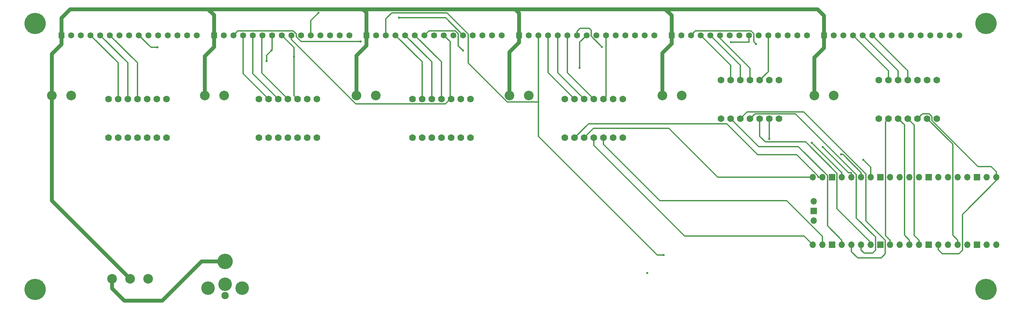
<source format=gbl>
%TF.GenerationSoftware,KiCad,Pcbnew,7.0.2-6a45011f42~172~ubuntu22.04.1*%
%TF.CreationDate,2023-06-12T08:30:37-07:00*%
%TF.ProjectId,arena,6172656e-612e-46b6-9963-61645f706362,rev?*%
%TF.SameCoordinates,Original*%
%TF.FileFunction,Copper,L4,Bot*%
%TF.FilePolarity,Positive*%
%FSLAX46Y46*%
G04 Gerber Fmt 4.6, Leading zero omitted, Abs format (unit mm)*
G04 Created by KiCad (PCBNEW 7.0.2-6a45011f42~172~ubuntu22.04.1) date 2023-06-12 08:30:37*
%MOMM*%
%LPD*%
G01*
G04 APERTURE LIST*
%TA.AperFunction,ComponentPad*%
%ADD10C,2.540000*%
%TD*%
%TA.AperFunction,ComponentPad*%
%ADD11R,1.600000X1.600000*%
%TD*%
%TA.AperFunction,ComponentPad*%
%ADD12C,1.600000*%
%TD*%
%TA.AperFunction,ComponentPad*%
%ADD13C,1.778000*%
%TD*%
%TA.AperFunction,ComponentPad*%
%ADD14C,3.556000*%
%TD*%
%TA.AperFunction,ComponentPad*%
%ADD15C,1.930400*%
%TD*%
%TA.AperFunction,ComponentPad*%
%ADD16C,4.064000*%
%TD*%
%TA.AperFunction,ComponentPad*%
%ADD17C,5.600000*%
%TD*%
%TA.AperFunction,ComponentPad*%
%ADD18O,1.700000X1.700000*%
%TD*%
%TA.AperFunction,ComponentPad*%
%ADD19R,1.700000X1.700000*%
%TD*%
%TA.AperFunction,ViaPad*%
%ADD20C,0.600000*%
%TD*%
%TA.AperFunction,Conductor*%
%ADD21C,0.300000*%
%TD*%
%TA.AperFunction,Conductor*%
%ADD22C,1.000000*%
%TD*%
G04 APERTURE END LIST*
D10*
%TO.P,C1,1*%
%TO.N,/VIN*%
X49460000Y-74000000D03*
%TO.P,C1,2*%
%TO.N,GND*%
X54540000Y-74000000D03*
%TD*%
%TO.P,C2,1*%
%TO.N,/VIN*%
X89600000Y-74000000D03*
%TO.P,C2,2*%
%TO.N,GND*%
X94680000Y-74000000D03*
%TD*%
%TO.P,C3,1*%
%TO.N,/VIN*%
X129500000Y-74000000D03*
%TO.P,C3,2*%
%TO.N,GND*%
X134580000Y-74000000D03*
%TD*%
%TO.P,C4,1*%
%TO.N,/VIN*%
X169750200Y-74000000D03*
%TO.P,C4,2*%
%TO.N,GND*%
X174830200Y-74000000D03*
%TD*%
%TO.P,C5,1*%
%TO.N,/VIN*%
X209960000Y-74000000D03*
%TO.P,C5,2*%
%TO.N,GND*%
X215040000Y-74000000D03*
%TD*%
D11*
%TO.P,P1,1*%
%TO.N,/VIN*%
X51970000Y-58100000D03*
D12*
%TO.P,P1,2*%
%TO.N,GND*%
X54510000Y-58100000D03*
%TO.P,P1,3*%
%TO.N,/RESET_PAN*%
X57050000Y-58100000D03*
%TO.P,P1,4*%
%TO.N,/SCK_0_5V*%
X59590000Y-58100000D03*
%TO.P,P1,5*%
%TO.N,/MOSI_0_5V*%
X62130000Y-58100000D03*
%TO.P,P1,6*%
%TO.N,/MISO_0_5V*%
X64670000Y-58100000D03*
%TO.P,P1,7*%
%TO.N,/CS_0_5V*%
X67210000Y-58100000D03*
%TO.P,P1,8*%
%TO.N,/CS_1_5V*%
X69750000Y-58100000D03*
%TO.P,P1,9*%
%TO.N,/CS_2_5V*%
X72290000Y-58100000D03*
%TO.P,P1,10*%
%TO.N,/CS_3_5V*%
X74830000Y-58100000D03*
%TO.P,P1,11*%
%TO.N,/CS_4_5V*%
X77370000Y-58100000D03*
%TO.P,P1,12*%
%TO.N,/CS_5_5V*%
X79910000Y-58100000D03*
%TO.P,P1,13*%
%TO.N,unconnected-(P1-Pad13)*%
X82450000Y-58100000D03*
%TO.P,P1,14*%
%TO.N,unconnected-(P1-Pad14)*%
X84990000Y-58100000D03*
%TO.P,P1,15*%
%TO.N,/EXT_INT_5V*%
X87530000Y-58100000D03*
%TD*%
D11*
%TO.P,P2,1*%
%TO.N,/VIN*%
X92070000Y-58100000D03*
D12*
%TO.P,P2,2*%
%TO.N,GND*%
X94610000Y-58100000D03*
%TO.P,P2,3*%
%TO.N,/RESET_PAN*%
X97150000Y-58100000D03*
%TO.P,P2,4*%
%TO.N,/SCK_1_5V*%
X99690000Y-58100000D03*
%TO.P,P2,5*%
%TO.N,/MOSI_1_5V*%
X102230000Y-58100000D03*
%TO.P,P2,6*%
%TO.N,/MISO_1_5V*%
X104770000Y-58100000D03*
%TO.P,P2,7*%
%TO.N,/CS_0_5V*%
X107310000Y-58100000D03*
%TO.P,P2,8*%
%TO.N,/CS_1_5V*%
X109850000Y-58100000D03*
%TO.P,P2,9*%
%TO.N,/CS_2_5V*%
X112390000Y-58100000D03*
%TO.P,P2,10*%
%TO.N,/CS_3_5V*%
X114930000Y-58100000D03*
%TO.P,P2,11*%
%TO.N,/CS_4_5V*%
X117470000Y-58100000D03*
%TO.P,P2,12*%
%TO.N,/CS_5_5V*%
X120010000Y-58100000D03*
%TO.P,P2,13*%
%TO.N,unconnected-(P2-Pad13)*%
X122550000Y-58100000D03*
%TO.P,P2,14*%
%TO.N,unconnected-(P2-Pad14)*%
X125090000Y-58100000D03*
%TO.P,P2,15*%
%TO.N,/EXT_INT_5V*%
X127630000Y-58100000D03*
%TD*%
D11*
%TO.P,P3,1*%
%TO.N,/VIN*%
X132170000Y-58100000D03*
D12*
%TO.P,P3,2*%
%TO.N,GND*%
X134710000Y-58100000D03*
%TO.P,P3,3*%
%TO.N,/RESET_PAN*%
X137250000Y-58100000D03*
%TO.P,P3,4*%
%TO.N,/SCK_2_5V*%
X139790000Y-58100000D03*
%TO.P,P3,5*%
%TO.N,/MOSI_2_5V*%
X142330000Y-58100000D03*
%TO.P,P3,6*%
%TO.N,/MISO_2_5V*%
X144870000Y-58100000D03*
%TO.P,P3,7*%
%TO.N,/CS_0_5V*%
X147410000Y-58100000D03*
%TO.P,P3,8*%
%TO.N,/CS_1_5V*%
X149950000Y-58100000D03*
%TO.P,P3,9*%
%TO.N,/CS_2_5V*%
X152490000Y-58100000D03*
%TO.P,P3,10*%
%TO.N,/CS_3_5V*%
X155030000Y-58100000D03*
%TO.P,P3,11*%
%TO.N,/CS_4_5V*%
X157570000Y-58100000D03*
%TO.P,P3,12*%
%TO.N,/CS_5_5V*%
X160110000Y-58100000D03*
%TO.P,P3,13*%
%TO.N,unconnected-(P3-Pad13)*%
X162650000Y-58100000D03*
%TO.P,P3,14*%
%TO.N,unconnected-(P3-Pad14)*%
X165190000Y-58100000D03*
%TO.P,P3,15*%
%TO.N,/EXT_INT_5V*%
X167730000Y-58100000D03*
%TD*%
D11*
%TO.P,P4,1*%
%TO.N,/VIN*%
X172270000Y-58100000D03*
D12*
%TO.P,P4,2*%
%TO.N,GND*%
X174810000Y-58100000D03*
%TO.P,P4,3*%
%TO.N,/RESET_PAN*%
X177350000Y-58100000D03*
%TO.P,P4,4*%
%TO.N,/SCK_3_5V*%
X179890000Y-58100000D03*
%TO.P,P4,5*%
%TO.N,/MOSI_3_5V*%
X182430000Y-58100000D03*
%TO.P,P4,6*%
%TO.N,/MISO_3_5V*%
X184970000Y-58100000D03*
%TO.P,P4,7*%
%TO.N,/CS_0_5V*%
X187510000Y-58100000D03*
%TO.P,P4,8*%
%TO.N,/CS_1_5V*%
X190050000Y-58100000D03*
%TO.P,P4,9*%
%TO.N,/CS_2_5V*%
X192590000Y-58100000D03*
%TO.P,P4,10*%
%TO.N,/CS_3_5V*%
X195130000Y-58100000D03*
%TO.P,P4,11*%
%TO.N,/CS_4_5V*%
X197670000Y-58100000D03*
%TO.P,P4,12*%
%TO.N,/CS_5_5V*%
X200210000Y-58100000D03*
%TO.P,P4,13*%
%TO.N,unconnected-(P4-Pad13)*%
X202750000Y-58100000D03*
%TO.P,P4,14*%
%TO.N,unconnected-(P4-Pad14)*%
X205290000Y-58100000D03*
%TO.P,P4,15*%
%TO.N,/EXT_INT_5V*%
X207830000Y-58100000D03*
%TD*%
D11*
%TO.P,P5,1*%
%TO.N,/VIN*%
X212370000Y-58100000D03*
D12*
%TO.P,P5,2*%
%TO.N,GND*%
X214910000Y-58100000D03*
%TO.P,P5,3*%
%TO.N,/RESET_PAN*%
X217450000Y-58100000D03*
%TO.P,P5,4*%
%TO.N,/SCK_4_5V*%
X219990000Y-58100000D03*
%TO.P,P5,5*%
%TO.N,/MOSI_4_5V*%
X222530000Y-58100000D03*
%TO.P,P5,6*%
%TO.N,/MISO_4_5V*%
X225070000Y-58100000D03*
%TO.P,P5,7*%
%TO.N,/CS_0_5V*%
X227610000Y-58100000D03*
%TO.P,P5,8*%
%TO.N,/CS_1_5V*%
X230150000Y-58100000D03*
%TO.P,P5,9*%
%TO.N,/CS_2_5V*%
X232690000Y-58100000D03*
%TO.P,P5,10*%
%TO.N,/CS_3_5V*%
X235230000Y-58100000D03*
%TO.P,P5,11*%
%TO.N,/CS_4_5V*%
X237770000Y-58100000D03*
%TO.P,P5,12*%
%TO.N,/CS_5_5V*%
X240310000Y-58100000D03*
%TO.P,P5,13*%
%TO.N,unconnected-(P5-Pad13)*%
X242850000Y-58100000D03*
%TO.P,P5,14*%
%TO.N,unconnected-(P5-Pad14)*%
X245390000Y-58100000D03*
%TO.P,P5,15*%
%TO.N,/EXT_INT_5V*%
X247930000Y-58100000D03*
%TD*%
D11*
%TO.P,P6,1*%
%TO.N,/VIN*%
X252470000Y-58100000D03*
D12*
%TO.P,P6,2*%
%TO.N,GND*%
X255010000Y-58100000D03*
%TO.P,P6,3*%
%TO.N,/RESET_PAN*%
X257550000Y-58100000D03*
%TO.P,P6,4*%
%TO.N,/SCK_5_5V*%
X260090000Y-58100000D03*
%TO.P,P6,5*%
%TO.N,/MOSI_5_5V*%
X262630000Y-58100000D03*
%TO.P,P6,6*%
%TO.N,/MISO_5_5V*%
X265170000Y-58100000D03*
%TO.P,P6,7*%
%TO.N,/CS_0_5V*%
X267710000Y-58100000D03*
%TO.P,P6,8*%
%TO.N,/CS_1_5V*%
X270250000Y-58100000D03*
%TO.P,P6,9*%
%TO.N,/CS_2_5V*%
X272790000Y-58100000D03*
%TO.P,P6,10*%
%TO.N,/CS_3_5V*%
X275330000Y-58100000D03*
%TO.P,P6,11*%
%TO.N,/CS_4_5V*%
X277870000Y-58100000D03*
%TO.P,P6,12*%
%TO.N,/CS_5_5V*%
X280410000Y-58100000D03*
%TO.P,P6,13*%
%TO.N,unconnected-(P6-Pad13)*%
X282950000Y-58100000D03*
%TO.P,P6,14*%
%TO.N,unconnected-(P6-Pad14)*%
X285490000Y-58100000D03*
%TO.P,P6,15*%
%TO.N,/EXT_INT_5V*%
X288030000Y-58100000D03*
%TD*%
D10*
%TO.P,SW1,1,A*%
%TO.N,/VIN_SW*%
X65250200Y-122200000D03*
%TO.P,SW1,2,B*%
%TO.N,/VIN*%
X70000000Y-122200000D03*
%TO.P,SW1,3,C*%
%TO.N,GND*%
X74749800Y-122200000D03*
%TD*%
D13*
%TO.P,U1,1,OE*%
%TO.N,unconnected-(U1-OE-Pad1)*%
X64300000Y-85080000D03*
%TO.P,U1,2,A1*%
%TO.N,/SCK_0_3V3*%
X66840000Y-85080000D03*
%TO.P,U1,3,A2*%
%TO.N,/MOSI_0_3V3*%
X69380000Y-85080000D03*
%TO.P,U1,4,A3*%
%TO.N,/MISO_0_3V3*%
X71920000Y-85080000D03*
%TO.P,U1,5,A4*%
%TO.N,/CS_0_3V3*%
X74460000Y-85080000D03*
%TO.P,U1,6,LV*%
%TO.N,/3V3*%
X77000000Y-85080000D03*
%TO.P,U1,7,GND*%
%TO.N,GND*%
X79540000Y-85080000D03*
%TO.P,U1,8,GND*%
X79540000Y-74920000D03*
%TO.P,U1,9,HV*%
%TO.N,/5V*%
X77000000Y-74920000D03*
%TO.P,U1,10,B4*%
%TO.N,/CS_0_5V*%
X74460000Y-74920000D03*
%TO.P,U1,11,B3*%
%TO.N,/MISO_0_5V*%
X71920000Y-74920000D03*
%TO.P,U1,12,B2*%
%TO.N,/MOSI_0_5V*%
X69380000Y-74920000D03*
%TO.P,U1,13,B1*%
%TO.N,/SCK_0_5V*%
X66840000Y-74920000D03*
%TO.P,U1,14,OE*%
%TO.N,unconnected-(U1-OE-Pad14)*%
X64300000Y-74920000D03*
%TD*%
%TO.P,U2,1,OE*%
%TO.N,unconnected-(U2-OE-Pad1)*%
X103880000Y-85080000D03*
%TO.P,U2,2,A1*%
%TO.N,/SCK_1_3V3*%
X106420000Y-85080000D03*
%TO.P,U2,3,A2*%
%TO.N,/MOSI_1_3V3*%
X108960000Y-85080000D03*
%TO.P,U2,4,A3*%
%TO.N,/MISO_1_3V3*%
X111500000Y-85080000D03*
%TO.P,U2,5,A4*%
%TO.N,/CS_1_3V3*%
X114040000Y-85080000D03*
%TO.P,U2,6,LV*%
%TO.N,/3V3*%
X116580000Y-85080000D03*
%TO.P,U2,7,GND*%
%TO.N,GND*%
X119120000Y-85080000D03*
%TO.P,U2,8,GND*%
X119120000Y-74920000D03*
%TO.P,U2,9,HV*%
%TO.N,/5V*%
X116580000Y-74920000D03*
%TO.P,U2,10,B4*%
%TO.N,/CS_1_5V*%
X114040000Y-74920000D03*
%TO.P,U2,11,B3*%
%TO.N,/MISO_1_5V*%
X111500000Y-74920000D03*
%TO.P,U2,12,B2*%
%TO.N,/MOSI_1_5V*%
X108960000Y-74920000D03*
%TO.P,U2,13,B1*%
%TO.N,/SCK_1_5V*%
X106420000Y-74920000D03*
%TO.P,U2,14,OE*%
%TO.N,unconnected-(U2-OE-Pad14)*%
X103880000Y-74920000D03*
%TD*%
%TO.P,U3,1,OE*%
%TO.N,unconnected-(U3-OE-Pad1)*%
X144260000Y-85080000D03*
%TO.P,U3,2,A1*%
%TO.N,/SCK_2_3V3*%
X146800000Y-85080000D03*
%TO.P,U3,3,A2*%
%TO.N,/MOSI_2_3V3*%
X149340000Y-85080000D03*
%TO.P,U3,4,A3*%
%TO.N,/MISO_2_3V3*%
X151880000Y-85080000D03*
%TO.P,U3,5,A4*%
%TO.N,/CS_2_3V3*%
X154420000Y-85080000D03*
%TO.P,U3,6,LV*%
%TO.N,/3V3*%
X156960000Y-85080000D03*
%TO.P,U3,7,GND*%
%TO.N,GND*%
X159500000Y-85080000D03*
%TO.P,U3,8,GND*%
X159500000Y-74920000D03*
%TO.P,U3,9,HV*%
%TO.N,/5V*%
X156960000Y-74920000D03*
%TO.P,U3,10,B4*%
%TO.N,/CS_2_5V*%
X154420000Y-74920000D03*
%TO.P,U3,11,B3*%
%TO.N,/MISO_2_5V*%
X151880000Y-74920000D03*
%TO.P,U3,12,B2*%
%TO.N,/MOSI_2_5V*%
X149340000Y-74920000D03*
%TO.P,U3,13,B1*%
%TO.N,/SCK_2_5V*%
X146800000Y-74920000D03*
%TO.P,U3,14,OE*%
%TO.N,unconnected-(U3-OE-Pad14)*%
X144260000Y-74920000D03*
%TD*%
%TO.P,U4,1,OE*%
%TO.N,unconnected-(U4-OE-Pad1)*%
X184300000Y-85080000D03*
%TO.P,U4,2,A1*%
%TO.N,/SCK_3_3V3*%
X186840000Y-85080000D03*
%TO.P,U4,3,A2*%
%TO.N,/MOSI_3_3V3*%
X189380000Y-85080000D03*
%TO.P,U4,4,A3*%
%TO.N,/MISO_3_3V3*%
X191920000Y-85080000D03*
%TO.P,U4,5,A4*%
%TO.N,/CS_3_3V3*%
X194460000Y-85080000D03*
%TO.P,U4,6,LV*%
%TO.N,/3V3*%
X197000000Y-85080000D03*
%TO.P,U4,7,GND*%
%TO.N,GND*%
X199540000Y-85080000D03*
%TO.P,U4,8,GND*%
X199540000Y-74920000D03*
%TO.P,U4,9,HV*%
%TO.N,/5V*%
X197000000Y-74920000D03*
%TO.P,U4,10,B4*%
%TO.N,/CS_3_5V*%
X194460000Y-74920000D03*
%TO.P,U4,11,B3*%
%TO.N,/MISO_3_5V*%
X191920000Y-74920000D03*
%TO.P,U4,12,B2*%
%TO.N,/MOSI_3_5V*%
X189380000Y-74920000D03*
%TO.P,U4,13,B1*%
%TO.N,/SCK_3_5V*%
X186840000Y-74920000D03*
%TO.P,U4,14,OE*%
%TO.N,unconnected-(U4-OE-Pad14)*%
X184300000Y-74920000D03*
%TD*%
%TO.P,U5,1,OE*%
%TO.N,unconnected-(U5-OE-Pad1)*%
X225380000Y-80080000D03*
%TO.P,U5,2,A1*%
%TO.N,/SCK_4_3V3*%
X227920000Y-80080000D03*
%TO.P,U5,3,A2*%
%TO.N,/MOSI_4_3V3*%
X230460000Y-80080000D03*
%TO.P,U5,4,A3*%
%TO.N,/MISO_4_3V3*%
X233000000Y-80080000D03*
%TO.P,U5,5,A4*%
%TO.N,/CS_4_3V3*%
X235540000Y-80080000D03*
%TO.P,U5,6,LV*%
%TO.N,/3V3*%
X238080000Y-80080000D03*
%TO.P,U5,7,GND*%
%TO.N,GND*%
X240620000Y-80080000D03*
%TO.P,U5,8,GND*%
X240620000Y-69920000D03*
%TO.P,U5,9,HV*%
%TO.N,/5V*%
X238080000Y-69920000D03*
%TO.P,U5,10,B4*%
%TO.N,/CS_4_5V*%
X235540000Y-69920000D03*
%TO.P,U5,11,B3*%
%TO.N,/MISO_4_5V*%
X233000000Y-69920000D03*
%TO.P,U5,12,B2*%
%TO.N,/MOSI_4_5V*%
X230460000Y-69920000D03*
%TO.P,U5,13,B1*%
%TO.N,/SCK_4_5V*%
X227920000Y-69920000D03*
%TO.P,U5,14,OE*%
%TO.N,unconnected-(U5-OE-Pad14)*%
X225380000Y-69920000D03*
%TD*%
%TO.P,U6,1,OE*%
%TO.N,unconnected-(U6-OE-Pad1)*%
X266880000Y-80080000D03*
%TO.P,U6,2,A1*%
%TO.N,/SCK_5_3V3*%
X269420000Y-80080000D03*
%TO.P,U6,3,A2*%
%TO.N,/MOSI_5_3V3*%
X271960000Y-80080000D03*
%TO.P,U6,4,A3*%
%TO.N,/MISO_5_3V3*%
X274500000Y-80080000D03*
%TO.P,U6,5,A4*%
%TO.N,/CS_5_3V3*%
X277040000Y-80080000D03*
%TO.P,U6,6,LV*%
%TO.N,/3V3*%
X279580000Y-80080000D03*
%TO.P,U6,7,GND*%
%TO.N,GND*%
X282120000Y-80080000D03*
%TO.P,U6,8,GND*%
X282120000Y-69920000D03*
%TO.P,U6,9,HV*%
%TO.N,/5V*%
X279580000Y-69920000D03*
%TO.P,U6,10,B4*%
%TO.N,/CS_5_5V*%
X277040000Y-69920000D03*
%TO.P,U6,11,B3*%
%TO.N,/MISO_5_5V*%
X274500000Y-69920000D03*
%TO.P,U6,12,B2*%
%TO.N,/MOSI_5_5V*%
X271960000Y-69920000D03*
%TO.P,U6,13,B1*%
%TO.N,/SCK_5_5V*%
X269420000Y-69920000D03*
%TO.P,U6,14,OE*%
%TO.N,unconnected-(U6-OE-Pad14)*%
X266880000Y-69920000D03*
%TD*%
D14*
%TO.P,J1,*%
%TO.N,*%
X99495800Y-124670000D03*
D15*
X95000000Y-126676600D03*
D14*
X90504200Y-124670000D03*
D16*
%TO.P,J1,1*%
%TO.N,/VIN_SW*%
X95000000Y-117685000D03*
D14*
%TO.P,J1,2*%
%TO.N,GND*%
X95000000Y-123679400D03*
%TD*%
D17*
%TO.P,H3,1,1*%
%TO.N,GND*%
X295000000Y-125000000D03*
%TD*%
%TO.P,H4,1,1*%
%TO.N,GND*%
X295000000Y-55000000D03*
%TD*%
%TO.P,H1,1,1*%
%TO.N,GND*%
X45000000Y-55000000D03*
%TD*%
D10*
%TO.P,C6,1*%
%TO.N,/VIN*%
X249920000Y-74000000D03*
%TO.P,C6,2*%
%TO.N,GND*%
X255000000Y-74000000D03*
%TD*%
D17*
%TO.P,H2,1,1*%
%TO.N,GND*%
X45000000Y-125000000D03*
%TD*%
D18*
%TO.P,U10,1,GPIO0*%
%TO.N,/CS_5_3V3*%
X297780000Y-95500000D03*
%TO.P,U10,2,GPIO1*%
%TO.N,/RESET*%
X295240000Y-95500000D03*
D19*
%TO.P,U10,3,GND*%
%TO.N,GND*%
X292700000Y-95500000D03*
D18*
%TO.P,U10,4,GPIO2*%
%TO.N,/SCK_0_3V3*%
X290160000Y-95500000D03*
%TO.P,U10,5,GPIO3*%
%TO.N,/MOSI_0_3V3*%
X287620000Y-95500000D03*
%TO.P,U10,6,GPIO4*%
%TO.N,/MISO_0_3V3*%
X285080000Y-95500000D03*
%TO.P,U10,7,GPIO5*%
%TO.N,/CS_0_3V3*%
X282540000Y-95500000D03*
D19*
%TO.P,U10,8,GND*%
%TO.N,GND*%
X280000000Y-95500000D03*
D18*
%TO.P,U10,9,GPIO6*%
%TO.N,/SCK_1_3V3*%
X277460000Y-95500000D03*
%TO.P,U10,10,GPIO7*%
%TO.N,/MOSI_1_3V3*%
X274920000Y-95500000D03*
%TO.P,U10,11,GPIO8*%
%TO.N,/MISO_1_3V3*%
X272380000Y-95500000D03*
%TO.P,U10,12,GPIO9*%
%TO.N,/CS_1_3V3*%
X269840000Y-95500000D03*
D19*
%TO.P,U10,13,GND*%
%TO.N,GND*%
X267300000Y-95500000D03*
D18*
%TO.P,U10,14,GPIO10*%
%TO.N,/SCK_2_3V3*%
X264760000Y-95500000D03*
%TO.P,U10,15,GPIO11*%
%TO.N,/MOSI_2_3V3*%
X262220000Y-95500000D03*
%TO.P,U10,16,GPIO12*%
%TO.N,/MISO_2_3V3*%
X259680000Y-95500000D03*
%TO.P,U10,17,GPIO13*%
%TO.N,/CS_2_3V3*%
X257140000Y-95500000D03*
D19*
%TO.P,U10,18,GND*%
%TO.N,GND*%
X254600000Y-95500000D03*
D18*
%TO.P,U10,19,GPIO14*%
%TO.N,/SCK_3_3V3*%
X252060000Y-95500000D03*
%TO.P,U10,20,GPIO15*%
%TO.N,/MOSI_3_3V3*%
X249520000Y-95500000D03*
%TO.P,U10,21,GPIO16*%
%TO.N,/MISO_3_3V3*%
X249520000Y-113280000D03*
%TO.P,U10,22,GPIO17*%
%TO.N,/CS_3_3V3*%
X252060000Y-113280000D03*
D19*
%TO.P,U10,23,GND*%
%TO.N,GND*%
X254600000Y-113280000D03*
D18*
%TO.P,U10,24,GPIO18*%
%TO.N,/SCK_4_3V3*%
X257140000Y-113280000D03*
%TO.P,U10,25,GPIO19*%
%TO.N,/MOSI_4_3V3*%
X259680000Y-113280000D03*
%TO.P,U10,26,GPIO20*%
%TO.N,/MISO_4_3V3*%
X262220000Y-113280000D03*
%TO.P,U10,27,GPIO21*%
%TO.N,/CS_4_3V3*%
X264760000Y-113280000D03*
D19*
%TO.P,U10,28,GND*%
%TO.N,GND*%
X267300000Y-113280000D03*
D18*
%TO.P,U10,29,GPIO22*%
%TO.N,/SCK_5_3V3*%
X269840000Y-113280000D03*
%TO.P,U10,30,RUN*%
%TO.N,unconnected-(U10-RUN-Pad30)*%
X272380000Y-113280000D03*
%TO.P,U10,31,GPIO26_ADC0*%
%TO.N,/MOSI_5_3V3*%
X274920000Y-113280000D03*
%TO.P,U10,32,GPIO27_ADC1*%
%TO.N,/MISO_5_3V3*%
X277460000Y-113280000D03*
D19*
%TO.P,U10,33,AGND*%
%TO.N,GND*%
X280000000Y-113280000D03*
D18*
%TO.P,U10,34,GPIO28_ADC2*%
%TO.N,/CS_5_3V3*%
X282540000Y-113280000D03*
%TO.P,U10,35,ADC_VREF*%
%TO.N,unconnected-(U10-ADC_VREF-Pad35)*%
X285080000Y-113280000D03*
%TO.P,U10,36,3V3*%
%TO.N,/3V3*%
X287620000Y-113280000D03*
%TO.P,U10,37,3V3_EN*%
%TO.N,unconnected-(U10-3V3_EN-Pad37)*%
X290160000Y-113280000D03*
D19*
%TO.P,U10,38,GND*%
%TO.N,GND*%
X292700000Y-113280000D03*
D18*
%TO.P,U10,39,VSYS*%
%TO.N,unconnected-(U10-VSYS-Pad39)*%
X295240000Y-113280000D03*
%TO.P,U10,40,VBUS*%
%TO.N,/5V*%
X297780000Y-113280000D03*
%TO.P,U10,41,SWCLK*%
%TO.N,unconnected-(U10-SWCLK-Pad41)*%
X249750000Y-101850000D03*
D19*
%TO.P,U10,42,GND*%
%TO.N,GND*%
X249750000Y-104390000D03*
D18*
%TO.P,U10,43,SWDIO*%
%TO.N,unconnected-(U10-SWDIO-Pad43)*%
X249750000Y-106930000D03*
%TD*%
D20*
%TO.N,/3V3*%
X238080000Y-85400000D03*
%TO.N,/CS_0_5V*%
X107200000Y-62100000D03*
X194054100Y-61197400D03*
X105900000Y-64900000D03*
X157500000Y-62100000D03*
%TO.N,/CS_1_5V*%
X113076000Y-63700000D03*
X188200000Y-66700000D03*
%TO.N,/CS_2_3V3*%
X249248300Y-86408200D03*
%TO.N,/CS_2_5V*%
X77200000Y-61300000D03*
X228000000Y-59900000D03*
%TO.N,/CS_4_5V*%
X119500000Y-52249500D03*
X140700000Y-53500000D03*
%TO.N,/MOSI_2_3V3*%
X256900000Y-89500000D03*
%TO.N,/RESET_PAN*%
X130631600Y-59778400D03*
X210327500Y-115972500D03*
X234600000Y-60400000D03*
%TO.N,/SCK_2_3V3*%
X262800000Y-90900000D03*
%TO.N,GND*%
X206000000Y-120750000D03*
%TO.N,/MISO_2_3V3*%
X252100000Y-87500000D03*
%TD*%
D21*
%TO.N,/3V3*%
X279580000Y-80080000D02*
X286280200Y-86780200D01*
X238080000Y-80080000D02*
X238080000Y-85400000D01*
X286280200Y-86780200D02*
X286280200Y-110740100D01*
X286280200Y-110740100D02*
X287620000Y-112079900D01*
X287620000Y-113280000D02*
X287620000Y-112079900D01*
%TO.N,/CS_0_5V*%
X187510000Y-57090000D02*
X188300000Y-56300000D01*
X107200000Y-62100000D02*
X105900000Y-63400000D01*
X191200200Y-58343500D02*
X194054100Y-61197400D01*
X107310000Y-61990000D02*
X107310000Y-58100000D01*
X156300000Y-60900000D02*
X156300000Y-57722700D01*
X105900000Y-63400000D02*
X105900000Y-64900000D01*
X107200000Y-62100000D02*
X107310000Y-61990000D01*
X190700000Y-56300000D02*
X191200200Y-56800200D01*
X155507700Y-56930400D02*
X148579600Y-56930400D01*
X188300000Y-56300000D02*
X190700000Y-56300000D01*
X157500000Y-62100000D02*
X156300000Y-60900000D01*
X191200200Y-56800200D02*
X191200200Y-58343500D01*
X156300000Y-57722700D02*
X155507700Y-56930400D01*
X148579600Y-56930400D02*
X147410000Y-58100000D01*
X187510000Y-58100000D02*
X187510000Y-57090000D01*
%TO.N,/CS_1_5V*%
X113076000Y-63700000D02*
X113076000Y-61326000D01*
X113076000Y-63700000D02*
X113076000Y-73956000D01*
X113076000Y-73956000D02*
X114040000Y-74920000D01*
X113076000Y-61326000D02*
X109850000Y-58100000D01*
X188200000Y-66700000D02*
X188200000Y-59950000D01*
X188200000Y-59950000D02*
X190050000Y-58100000D01*
%TO.N,/CS_2_3V3*%
X257140000Y-94299900D02*
X257140000Y-95500000D01*
X249248300Y-86408200D02*
X257140000Y-94299900D01*
%TO.N,/CS_2_5V*%
X77200000Y-61300000D02*
X75490000Y-61300000D01*
X154134700Y-74920000D02*
X154134700Y-59744700D01*
X75490000Y-61300000D02*
X72290000Y-58100000D01*
X154134700Y-74920000D02*
X154420000Y-74920000D01*
X232680000Y-59900000D02*
X232690000Y-59910000D01*
X154134700Y-59744700D02*
X152490000Y-58100000D01*
X112390000Y-58100000D02*
X112390000Y-59252900D01*
X112390000Y-59252900D02*
X129333900Y-76196800D01*
X232690000Y-59910000D02*
X232690000Y-58100000D01*
X129333900Y-76196800D02*
X152857900Y-76196800D01*
X228000000Y-59900000D02*
X232680000Y-59900000D01*
X152857900Y-76196800D02*
X154134700Y-74920000D01*
%TO.N,/CS_3_3V3*%
X242634200Y-101634200D02*
X209234200Y-101634200D01*
X252060000Y-111060000D02*
X242634200Y-101634200D01*
X252060000Y-113280000D02*
X252060000Y-111060000D01*
X194460000Y-86860000D02*
X194460000Y-85080000D01*
X209234200Y-101634200D02*
X194460000Y-86860000D01*
%TO.N,/CS_3_5V*%
X195130000Y-58100000D02*
X195130000Y-74250000D01*
X195130000Y-74250000D02*
X194460000Y-74920000D01*
%TO.N,/CS_4_3V3*%
X237000000Y-86200000D02*
X247622100Y-86200000D01*
X255854200Y-94432100D02*
X255854200Y-103754200D01*
X235540000Y-80080000D02*
X235540000Y-84740000D01*
X235540000Y-84740000D02*
X237000000Y-86200000D01*
X247622100Y-86200000D02*
X255854200Y-94432100D01*
X255854200Y-103754200D02*
X264760000Y-112660000D01*
X264760000Y-112660000D02*
X264760000Y-113280000D01*
%TO.N,/CS_4_5V*%
X140700000Y-53500000D02*
X152970000Y-53500000D01*
X152970000Y-53500000D02*
X157570000Y-58100000D01*
X237770000Y-67690000D02*
X235540000Y-69920000D01*
X237770000Y-58100000D02*
X237770000Y-67690000D01*
X117470000Y-54279500D02*
X117470000Y-58100000D01*
X119500000Y-52249500D02*
X117470000Y-54279500D01*
%TO.N,/CS_5_3V3*%
X287900000Y-115600000D02*
X288820200Y-114679800D01*
X282500000Y-113320000D02*
X282500000Y-114600000D01*
X277040000Y-80080000D02*
X278317700Y-78802300D01*
X280095700Y-78802300D02*
X280822900Y-79529500D01*
X282500000Y-114600000D02*
X283500000Y-115600000D01*
X292907500Y-92700000D02*
X296400000Y-92700000D01*
X280822900Y-80615400D02*
X292907500Y-92700000D01*
X282540000Y-113280000D02*
X282500000Y-113320000D01*
X288820200Y-105279800D02*
X297780000Y-96320000D01*
X283500000Y-115600000D02*
X287900000Y-115600000D01*
X280822900Y-79529500D02*
X280822900Y-80615400D01*
X278317700Y-78802300D02*
X280095700Y-78802300D01*
X288820200Y-114679800D02*
X288820200Y-105279800D01*
X296400000Y-92700000D02*
X297780000Y-94080000D01*
X297780000Y-94080000D02*
X297780000Y-95500000D01*
X297780000Y-96320000D02*
X297780000Y-95500000D01*
%TO.N,/MISO_0_5V*%
X71920000Y-65350000D02*
X71920000Y-74920000D01*
X64670000Y-58100000D02*
X71920000Y-65350000D01*
%TO.N,/MISO_1_5V*%
X104604700Y-68024700D02*
X104604700Y-58265300D01*
X111500000Y-74920000D02*
X104604700Y-68024700D01*
X104604700Y-58265300D02*
X104770000Y-58100000D01*
%TO.N,/MISO_2_5V*%
X144870000Y-58100000D02*
X151880000Y-65110000D01*
X151880000Y-65110000D02*
X151880000Y-74920000D01*
%TO.N,/MISO_3_5V*%
X184970000Y-67970000D02*
X191920000Y-74920000D01*
X184970000Y-58100000D02*
X184970000Y-67970000D01*
%TO.N,/MISO_4_5V*%
X225070000Y-58100000D02*
X225070000Y-58870000D01*
X225070000Y-58870000D02*
X233000000Y-66800000D01*
X233000000Y-66800000D02*
X233000000Y-69920000D01*
%TO.N,/MISO_5_5V*%
X265170000Y-58100000D02*
X274500000Y-67430000D01*
X274500000Y-67430000D02*
X274500000Y-69920000D01*
%TO.N,/MOSI_0_5V*%
X69380000Y-65350000D02*
X69380000Y-74920000D01*
X62130000Y-58100000D02*
X69380000Y-65350000D01*
%TO.N,/MOSI_1_5V*%
X102230000Y-58100000D02*
X102230000Y-68190000D01*
X102230000Y-68190000D02*
X108960000Y-74920000D01*
%TO.N,/MOSI_2_3V3*%
X256900000Y-89500000D02*
X257420100Y-89500000D01*
X262220000Y-94299900D02*
X262220000Y-95500000D01*
X257420100Y-89500000D02*
X262220000Y-94299900D01*
%TO.N,/MOSI_2_5V*%
X149340000Y-65110000D02*
X149340000Y-74920000D01*
X142330000Y-58100000D02*
X149340000Y-65110000D01*
%TO.N,/MOSI_3_3V3*%
X211624300Y-82600000D02*
X224524300Y-95500000D01*
X189380000Y-85080000D02*
X191860000Y-82600000D01*
X191860000Y-82600000D02*
X211624300Y-82600000D01*
X224524300Y-95500000D02*
X249520000Y-95500000D01*
%TO.N,/MOSI_3_5V*%
X189380000Y-74920000D02*
X182430000Y-67970000D01*
X182430000Y-67970000D02*
X182430000Y-58100000D01*
%TO.N,/MOSI_4_3V3*%
X268554200Y-112054200D02*
X268554200Y-115645800D01*
X267500000Y-116700000D02*
X261300000Y-116700000D01*
X268554200Y-115645800D02*
X267500000Y-116700000D01*
X263490000Y-106990000D02*
X268554200Y-112054200D01*
X230460000Y-80080000D02*
X232253400Y-78286600D01*
X232253400Y-78286600D02*
X247158600Y-78286600D01*
X259680000Y-115080000D02*
X259680000Y-113280000D01*
X247158600Y-78286600D02*
X263490000Y-94618000D01*
X261300000Y-116700000D02*
X259680000Y-115080000D01*
X263490000Y-94618000D02*
X263490000Y-106990000D01*
%TO.N,/MOSI_4_5V*%
X230460000Y-66030000D02*
X230460000Y-69920000D01*
X222530000Y-58100000D02*
X230460000Y-66030000D01*
%TO.N,/MOSI_5_3V3*%
X271960000Y-80080000D02*
X273580200Y-81700200D01*
X273580200Y-110740100D02*
X274920000Y-112079900D01*
X274920000Y-113280000D02*
X274920000Y-112079900D01*
X273580200Y-81700200D02*
X273580200Y-110740100D01*
%TO.N,/MOSI_5_5V*%
X271960000Y-67430000D02*
X271960000Y-69920000D01*
X262630000Y-58100000D02*
X271960000Y-67430000D01*
%TO.N,/RESET_PAN*%
X210327500Y-115972500D02*
X208572500Y-115972500D01*
X233206600Y-56949800D02*
X218600200Y-56949800D01*
X97150000Y-58100000D02*
X98306100Y-56943900D01*
X137250000Y-53750000D02*
X137250000Y-58100000D01*
X177350000Y-75687400D02*
X169125000Y-75687400D01*
X98306100Y-56943900D02*
X112867700Y-56943900D01*
X158880100Y-57771400D02*
X153308700Y-52200000D01*
X153308700Y-52200000D02*
X138800000Y-52200000D01*
X218600200Y-56949800D02*
X217450000Y-58100000D01*
X138800000Y-52200000D02*
X137250000Y-53750000D01*
X234600000Y-60400000D02*
X234000000Y-59800000D01*
X112867700Y-56943900D02*
X113660000Y-57736200D01*
X113660000Y-58493300D02*
X114945100Y-59778400D01*
X158880100Y-65442500D02*
X158880100Y-57771400D01*
X177350000Y-84750000D02*
X177350000Y-75687400D01*
X234000000Y-59800000D02*
X234000000Y-57743200D01*
X169125000Y-75687400D02*
X158880100Y-65442500D01*
X114945100Y-59778400D02*
X130631600Y-59778400D01*
X177350000Y-58100000D02*
X177350000Y-75687400D01*
X234000000Y-57743200D02*
X233206600Y-56949800D01*
X208572500Y-115972500D02*
X177350000Y-84750000D01*
X113660000Y-57736200D02*
X113660000Y-58493300D01*
%TO.N,/SCK_0_5V*%
X66840000Y-65350000D02*
X66840000Y-74920000D01*
X59590000Y-58100000D02*
X66840000Y-65350000D01*
%TO.N,/SCK_1_5V*%
X99690000Y-68190000D02*
X106420000Y-74920000D01*
X99690000Y-58100000D02*
X99690000Y-68190000D01*
%TO.N,/SCK_2_3V3*%
X264760000Y-92860000D02*
X264760000Y-95500000D01*
X262800000Y-90900000D02*
X264760000Y-92860000D01*
%TO.N,/SCK_2_5V*%
X139790000Y-58100000D02*
X146800000Y-65110000D01*
X146800000Y-65110000D02*
X146800000Y-74920000D01*
%TO.N,/SCK_3_3V3*%
X186840000Y-85080000D02*
X190520000Y-81400000D01*
X245266500Y-89533600D02*
X250859900Y-95127000D01*
X190520000Y-81400000D02*
X226900000Y-81400000D01*
X226900000Y-81400000D02*
X235033600Y-89533600D01*
X235033600Y-89533600D02*
X245266500Y-89533600D01*
X250859900Y-95500000D02*
X252060000Y-95500000D01*
X250859900Y-95127000D02*
X250859900Y-95500000D01*
%TO.N,/SCK_3_5V*%
X186840000Y-74920000D02*
X179890000Y-67970000D01*
X179890000Y-67970000D02*
X179890000Y-58100000D01*
%TO.N,/SCK_4_3V3*%
X253345800Y-108285700D02*
X257140000Y-112079900D01*
X257140000Y-112079900D02*
X257140000Y-113280000D01*
X245658600Y-87400000D02*
X253345800Y-95087200D01*
X235240000Y-87400000D02*
X245658600Y-87400000D01*
X253345800Y-95087200D02*
X253345800Y-108285700D01*
X227920000Y-80080000D02*
X235240000Y-87400000D01*
%TO.N,/SCK_4_5V*%
X227920000Y-66030000D02*
X227920000Y-69920000D01*
X219990000Y-58100000D02*
X227920000Y-66030000D01*
%TO.N,/SCK_5_3V3*%
X269420000Y-80080000D02*
X268608300Y-80891700D01*
X268608300Y-110848200D02*
X269840000Y-112079900D01*
X269840000Y-113280000D02*
X269840000Y-112079900D01*
X268608300Y-80891700D02*
X268608300Y-110848200D01*
%TO.N,/SCK_5_5V*%
X260090000Y-58100000D02*
X269420000Y-67430000D01*
X269420000Y-67430000D02*
X269420000Y-69920000D01*
D22*
%TO.N,/VIN*%
X132170000Y-60830000D02*
X129500000Y-63500000D01*
X54250000Y-51250000D02*
X90500000Y-51250000D01*
X250750000Y-51250000D02*
X252470000Y-52970000D01*
X51970000Y-60530000D02*
X51970000Y-58100000D01*
X92070000Y-61180000D02*
X89600000Y-63650000D01*
X252470000Y-61430000D02*
X249920000Y-63980000D01*
X49460000Y-101660000D02*
X49460000Y-74000000D01*
X171250000Y-51250000D02*
X172270000Y-52270000D01*
X92070000Y-58100000D02*
X92070000Y-61180000D01*
X129500000Y-63500000D02*
X129500000Y-74000000D01*
X212370000Y-52870000D02*
X212370000Y-58100000D01*
X252470000Y-58100000D02*
X252470000Y-61430000D01*
X172270000Y-52270000D02*
X172270000Y-58100000D01*
X90500000Y-51250000D02*
X131250000Y-51250000D01*
X89600000Y-63650000D02*
X89600000Y-74000000D01*
X70000000Y-122200000D02*
X49460000Y-101660000D01*
X210750000Y-51250000D02*
X212370000Y-52870000D01*
X212370000Y-58100000D02*
X212370000Y-60380000D01*
X252470000Y-52970000D02*
X252470000Y-58100000D01*
X212370000Y-60380000D02*
X209960000Y-62790000D01*
X209960000Y-62790000D02*
X209960000Y-74000000D01*
X249920000Y-63980000D02*
X249920000Y-74000000D01*
X51970000Y-53530000D02*
X54250000Y-51250000D01*
X172270000Y-59980000D02*
X169750000Y-62499800D01*
X131250000Y-51250000D02*
X132170000Y-52170000D01*
X169750000Y-68249900D02*
X169750000Y-74000000D01*
D21*
X169750000Y-68249900D02*
X169750200Y-68250100D01*
D22*
X132170000Y-58100000D02*
X132170000Y-60830000D01*
X132170000Y-52170000D02*
X132170000Y-58100000D01*
X172270000Y-58100000D02*
X172270000Y-59980000D01*
X49460000Y-63040000D02*
X51970000Y-60530000D01*
X210750000Y-51250000D02*
X250750000Y-51250000D01*
X169750000Y-62499800D02*
X169750000Y-68249900D01*
D21*
X169750200Y-68250100D02*
X169750200Y-74000000D01*
D22*
X51970000Y-58100000D02*
X51970000Y-53530000D01*
X92070000Y-52820000D02*
X92070000Y-58100000D01*
X171250000Y-51250000D02*
X210750000Y-51250000D01*
X131250000Y-51250000D02*
X171250000Y-51250000D01*
X49460000Y-74000000D02*
X49460000Y-63040000D01*
X90500000Y-51250000D02*
X92070000Y-52820000D01*
%TO.N,/VIN_SW*%
X95000000Y-117685000D02*
X88815000Y-117685000D01*
X68500000Y-128000000D02*
X65250200Y-124750000D01*
X78500000Y-128000000D02*
X68500000Y-128000000D01*
X88815000Y-117685000D02*
X78500000Y-128000000D01*
X65250200Y-124750000D02*
X65250200Y-122200000D01*
D21*
%TO.N,/MISO_2_3V3*%
X259680000Y-94299900D02*
X259680000Y-95500000D01*
X258899900Y-94299900D02*
X259680000Y-94299900D01*
X252100000Y-87500000D02*
X258899900Y-94299900D01*
%TO.N,/MISO_3_3V3*%
X215800000Y-111000000D02*
X247240000Y-111000000D01*
X191920000Y-85080000D02*
X191920000Y-87120000D01*
X191920000Y-87120000D02*
X215800000Y-111000000D01*
X247240000Y-111000000D02*
X249520000Y-113280000D01*
%TO.N,/MISO_4_3V3*%
X265200000Y-115500000D02*
X263000000Y-115500000D01*
X263000000Y-115500000D02*
X262220000Y-114720000D01*
X233000000Y-80080000D02*
X234293200Y-78786800D01*
X244918000Y-78786800D02*
X260950000Y-94818800D01*
X260950000Y-106250000D02*
X265965500Y-111265500D01*
X265965500Y-111265500D02*
X265965500Y-114734500D01*
X262220000Y-114720000D02*
X262220000Y-113280000D01*
X260950000Y-94818800D02*
X260950000Y-106250000D01*
X265965500Y-114734500D02*
X265200000Y-115500000D01*
X234293200Y-78786800D02*
X244918000Y-78786800D01*
%TO.N,/MISO_5_3V3*%
X276190000Y-81770000D02*
X276190000Y-110809900D01*
X276190000Y-110809900D02*
X277460000Y-112079900D01*
X277460000Y-113280000D02*
X277460000Y-112079900D01*
X274500000Y-80080000D02*
X276190000Y-81770000D01*
%TD*%
M02*

</source>
